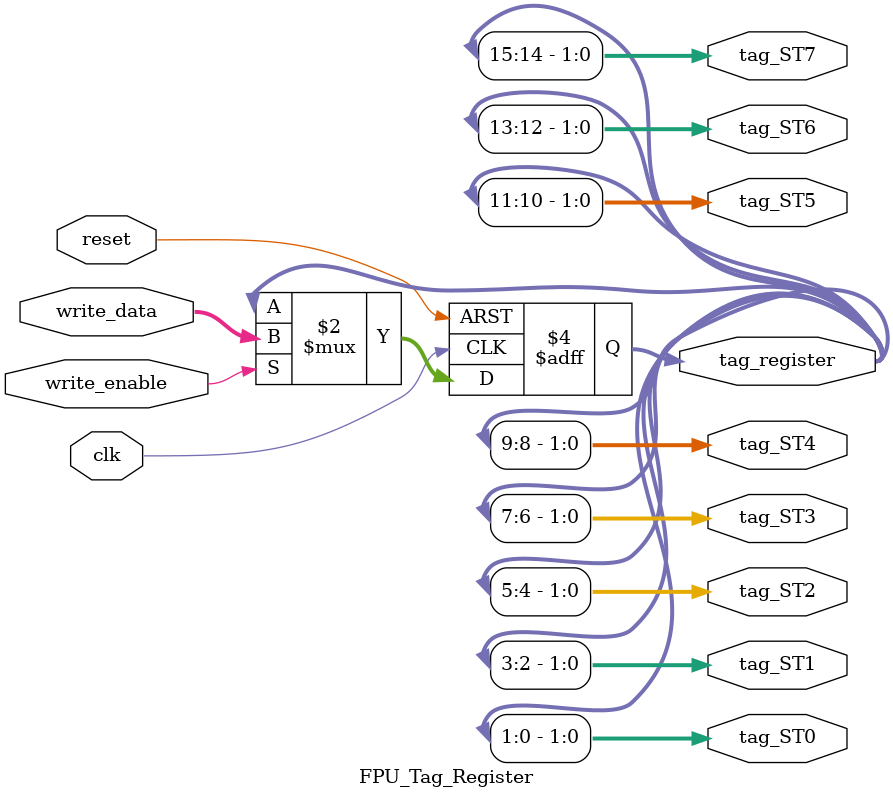
<source format=v>
module FPU_Tag_Register(
    input clk,
    input reset,
    // Control inputs
    input [15:0] write_data,
    input write_enable,
    // Tag register output
    output reg [15:0] tag_register,
    // Individual tag outputs for convenience
    output wire [1:0] tag_ST0,
    output wire [1:0] tag_ST1,
    output wire [1:0] tag_ST2,
    output wire [1:0] tag_ST3,
    output wire [1:0] tag_ST4,
    output wire [1:0] tag_ST5,
    output wire [1:0] tag_ST6,
    output wire [1:0] tag_ST7
);

// Tag values according to 8087 spec:
// 00 = Valid (non-zero)
// 01 = Zero
// 10 = Special (NaN, Infinity, Denormal)
// 11 = Empty

// Aliases for each tag pair (2 bits per stack register)
assign tag_ST0 = tag_register[1:0];   // Tag for ST(0)
assign tag_ST1 = tag_register[3:2];   // Tag for ST(1)
assign tag_ST2 = tag_register[5:4];   // Tag for ST(2)
assign tag_ST3 = tag_register[7:6];   // Tag for ST(3)
assign tag_ST4 = tag_register[9:8];   // Tag for ST(4)
assign tag_ST5 = tag_register[11:10]; // Tag for ST(5)
assign tag_ST6 = tag_register[13:12]; // Tag for ST(6)
assign tag_ST7 = tag_register[15:14]; // Tag for ST(7)

// Synchronous logic for updating the tag register
always @(posedge clk or posedge reset) begin
    if (reset) begin
        tag_register <= 16'hFFFF; // All stack registers initially empty (11 = empty)
    end else if (write_enable) begin
        tag_register <= write_data;
    end
end

endmodule

</source>
